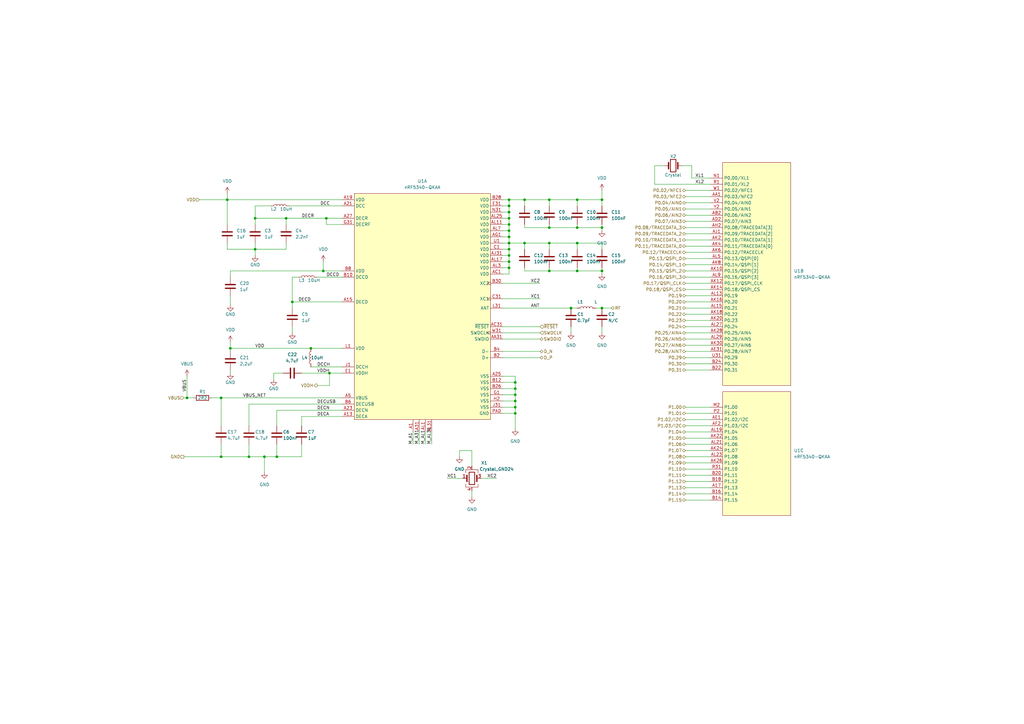
<source format=kicad_sch>
(kicad_sch (version 20211123) (generator eeschema)
  (paper "A3")
  (title_block (title "Spirit Logger") (date "2023-01-23") (rev "0") (company "Specialized Europe GmbH"))
  (lib_symbols
    (symbol "Device:C" (pin_numbers hide) (pin_names (offset 0.254))
      (property "Reference" "C" (at 0.635 2.54 0))
      (property "Value" "C" (at 0.635 -2.54 0))
      (symbol "C_0_1"
        (polyline (pts (xy -2.032 -0.762) (xy 2.032 -0.762)) (stroke (width 0.508)))
        (polyline (pts (xy -2.032 0.762) (xy 2.032 0.762)) (stroke (width 0.508)))
      )
      (symbol "C_1_1"
        (pin passive line (at 0 3.81 270) (length 2.794) (name "~") (number "1"))
        (pin passive line (at 0 -3.81 90) (length 2.794) (name "~") (number "2"))
      )
    )
    (symbol "Device:Crystal" (pin_numbers hide) (pin_names (offset 1.016) hide)
      (property "Reference" "Y" (at 0 3.81 0))
      (property "Value" "Crystal" (at 0 -3.81 0))
      (symbol "Crystal_0_1"
        (rectangle (start -1.143 2.54) (end 1.143 -2.54) (stroke (width 0.3048)))
        (polyline (pts (xy -2.54 0) (xy -1.905 0)))
        (polyline (pts (xy -1.905 -1.27) (xy -1.905 1.27)) (stroke (width 0.508)))
        (polyline (pts (xy 1.905 -1.27) (xy 1.905 1.27)) (stroke (width 0.508)))
        (polyline (pts (xy 2.54 0) (xy 1.905 0)))
      )
      (symbol "Crystal_1_1"
        (pin passive line (at -3.81 0 0) (length 1.27) (name "1") (number "1"))
        (pin passive line (at 3.81 0 180) (length 1.27) (name "2") (number "2"))
      )
    )
    (symbol "Device:Crystal_GND24" (pin_names (offset 1.016) hide)
      (property "Reference" "Y" (at 3.175 5.08 0))
      (property "Value" "Crystal_GND24" (at 3.175 3.175 0))
      (symbol "Crystal_GND24_0_1"
        (rectangle (start -1.143 2.54) (end 1.143 -2.54) (stroke (width 0.3048)))
        (polyline (pts (xy -2.54 0) (xy -2.032 0)))
        (polyline (pts (xy -2.032 -1.27) (xy -2.032 1.27)) (stroke (width 0.508)))
        (polyline (pts (xy 0 -3.81) (xy 0 -3.556)))
        (polyline (pts (xy 0 3.556) (xy 0 3.81)))
        (polyline (pts (xy 2.032 -1.27) (xy 2.032 1.27)) (stroke (width 0.508)))
        (polyline (pts (xy 2.032 0) (xy 2.54 0)))
        (polyline (pts (xy -2.54 -2.286) (xy -2.54 -3.556) (xy 2.54 -3.556) (xy 2.54 -2.286)))
        (polyline (pts (xy -2.54 2.286) (xy -2.54 3.556) (xy 2.54 3.556) (xy 2.54 2.286)))
      )
      (symbol "Crystal_GND24_1_1"
        (pin passive line (at -3.81 0 0) (length 1.27) (name "1") (number "1"))
        (pin passive line (at 0 5.08 270) (length 1.27) (name "2") (number "2"))
        (pin passive line (at 3.81 0 180) (length 1.27) (name "3") (number "3"))
        (pin passive line (at 0 -5.08 90) (length 1.27) (name "4") (number "4"))
      )
    )
    (symbol "Device:L" (pin_numbers hide) (pin_names (offset 1.016) hide)
      (property "Reference" "L" (at -1.27 0 90))
      (property "Value" "L" (at 1.905 0 90))
      (symbol "L_0_1"
        (arc (start 0 -2.54) (mid 0.635 -1.905) (end 0 -1.27))
        (arc (start 0 -1.27) (mid 0.635 -0.635) (end 0 0))
        (arc (start 0 0) (mid 0.635 0.635) (end 0 1.27))
        (arc (start 0 1.27) (mid 0.635 1.905) (end 0 2.54))
      )
      (symbol "L_1_1"
        (pin passive line (at 0 3.81 270) (length 1.27) (name "1") (number "1"))
        (pin passive line (at 0 -3.81 90) (length 1.27) (name "2") (number "2"))
      )
    )
    (symbol "Device:R" (pin_numbers hide) (pin_names (offset 0))
      (property "Reference" "R" (at 2.032 0 90))
      (property "Value" "R" (at 0 0 90))
      (symbol "R_0_1"
        (rectangle (start -1.016 -2.54) (end 1.016 2.54) (stroke (width 0.254)))
      )
      (symbol "R_1_1"
        (pin passive line (at 0 3.81 270) (length 1.27) (name "~") (number "1"))
        (pin passive line (at 0 -3.81 90) (length 1.27) (name "~") (number "2"))
      )
    )
    (symbol "MCU_Nordic_Robb:nRF5340-QKAA"
      (property "Reference" "U" (at 0 60.96 0))
      (property "Value" "nRF5340-QKAA" (at 0 58.42 0))
      (symbol "nRF5340-QKAA_1_1"
        (rectangle (start 27.94 57.15) (end -27.94 -35.56) (fill (type background)))
        (pin passive line (at -33.02 -34.29 0) (length 5.08) (name "DECA") (number "A13"))
        (pin passive line (at -33.02 12.7 0) (length 5.08) (name "DECD") (number "A15"))
        (pin power_in line (at -33.02 54.61 0) (length 5.08) (name "VDD") (number "A19"))
        (pin power_out line (at -33.02 52.07 0) (length 5.08) (name "DCCD") (number "A21"))
        (pin passive line (at -33.02 -31.75 0) (length 5.08) (name "DECN") (number "A23"))
        (pin power_in line (at 33.02 -17.78 180) (length 5.08) (name "VSS") (number "A25"))
        (pin passive line (at -33.02 46.99 0) (length 5.08) (name "DECR") (number "A27"))
        (pin power_in line (at -33.02 -26.67 0) (length 5.08) (name "VBUS") (number "A5"))
        (pin bidirectional line (at 33.02 -2.54 180) (length 5.08) (name "SWDIO") (number "AA31"))
        (pin power_in line (at 33.02 24.13 180) (length 5.08) (name "VDD") (number "AC1"))
        (pin input line (at 33.02 2.54 180) (length 5.08) (name "~{RESET}") (number "AC31"))
        (pin power_in line (at 33.02 39.37 180) (length 5.08) (name "VDD") (number "AG1"))
        (pin power_in line (at 33.02 31.75 180) (length 5.08) (name "VDD") (number "AJ31"))
        (pin power_in line (at 33.02 44.45 180) (length 5.08) (name "VDD") (number "AL11"))
        (pin power_in line (at 33.02 29.21 180) (length 5.08) (name "VDD") (number "AL17"))
        (pin power_in line (at 33.02 46.99 180) (length 5.08) (name "VDD") (number "AL25"))
        (pin power_in line (at 33.02 26.67 180) (length 5.08) (name "VDD") (number "AL3"))
        (pin power_in line (at 33.02 41.91 180) (length 5.08) (name "VDD") (number "AL7"))
        (pin power_out line (at -33.02 22.86 0) (length 5.08) (name "DCCD") (number "B10"))
        (pin power_in line (at 33.02 -20.32 180) (length 5.08) (name "VSS") (number "B12"))
        (pin bidirectional line (at 33.02 -10.16 180) (length 5.08) (name "D+") (number "B2"))
        (pin power_in line (at 33.02 -22.86 180) (length 5.08) (name "VSS") (number "B26"))
        (pin power_in line (at 33.02 54.61 180) (length 5.08) (name "VDD") (number "B28"))
        (pin input clock (at 33.02 20.32 180) (length 5.08) (name "XC2") (number "B30"))
        (pin bidirectional line (at 33.02 -7.62 180) (length 5.08) (name "D-") (number "B4"))
        (pin passive line (at -33.02 -29.21 0) (length 5.08) (name "DECUSB") (number "B6"))
        (pin power_in line (at -33.02 25.4 0) (length 5.08) (name "VDD") (number "B8"))
        (pin power_in line (at 33.02 34.29 180) (length 5.08) (name "VDD") (number "C1"))
        (pin input clock (at 33.02 13.97 180) (length 5.08) (name "XC1") (number "C31"))
        (pin power_in line (at 33.02 -33.02 180) (length 5.08) (name "GND") (number "DIEPAD"))
        (pin power_in line (at 33.02 -15.24 180) (length 5.08) (name "GND") (number "DP"))
        (pin power_in line (at -33.02 -16.51 0) (length 5.08) (name "VDDH") (number "E1"))
        (pin power_in line (at 33.02 52.07 180) (length 5.08) (name "VDD") (number "E31"))
        (pin power_in line (at 33.02 -25.4 180) (length 5.08) (name "VSS") (number "G1"))
        (pin passive line (at -33.02 44.45 0) (length 5.08) (name "DECRF") (number "G31"))
        (pin power_in line (at 33.02 -27.94 180) (length 5.08) (name "VSS") (number "H2"))
        (pin power_out line (at -33.02 -13.97 0) (length 5.08) (name "DCCH") (number "J1"))
        (pin power_in line (at 33.02 -30.48 180) (length 5.08) (name "VSS") (number "J31"))
        (pin power_in line (at -33.02 -6.35 0) (length 5.08) (name "VDD") (number "L1"))
        (pin passive line (at 33.02 10.16 180) (length 5.08) (name "ANT") (number "L31"))
        (pin power_in line (at 33.02 49.53 180) (length 5.08) (name "VDD") (number "N31"))
        (pin power_in line (at 33.02 36.83 180) (length 5.08) (name "VDD") (number "U1"))
        (pin input clock (at 33.02 0 180) (length 5.08) (name "SWDCLK") (number "W31"))
      )
      (symbol "nRF5340-QKAA_2_1"
        (rectangle (start -27.94 57.15) (end 0 -34.29) (fill (type background)))
        (pin bidirectional line (at -33.02 43.18 0) (length 5.08) (name "P0.03/NFC2") (number "AA1"))
        (pin bidirectional line (at -33.02 35.56 0) (length 5.08) (name "P0.06/AIN2") (number "AB2"))
        (pin bidirectional line (at -33.02 33.02 0) (length 5.08) (name "P0.07/AIN3") (number "AD2"))
        (pin bidirectional line (at -33.02 -20.32 0) (length 5.08) (name "P0.28/AIN7") (number "AE31"))
        (pin bidirectional line (at -33.02 30.48 0) (length 5.08) (name "P0.08/TRACEDATA[3]") (number "AH2"))
        (pin bidirectional line (at -33.02 27.94 0) (length 5.08) (name "P0.09/TRACEDATA[2]") (number "AJ1"))
        (pin bidirectional line (at -33.02 12.7 0) (length 5.08) (name "P0.15/QSPI[2]") (number "AK10"))
        (pin bidirectional line (at -33.02 7.62 0) (length 5.08) (name "P0.17/QSPI_CLK") (number "AK12"))
        (pin bidirectional line (at -33.02 5.08 0) (length 5.08) (name "P0.18/QSPI_CS") (number "AK14"))
        (pin bidirectional line (at -33.02 0 0) (length 5.08) (name "P0.20") (number "AK16"))
        (pin bidirectional line (at -33.02 -5.08 0) (length 5.08) (name "P0.22") (number "AK18"))
        (pin bidirectional line (at -33.02 25.4 0) (length 5.08) (name "P0.10/TRACEDATA[1]") (number "AK2"))
        (pin bidirectional line (at -33.02 -7.62 0) (length 5.08) (name "P0.23") (number "AK20"))
        (pin bidirectional line (at -33.02 -12.7 0) (length 5.08) (name "P0.25/AIN4") (number "AK28"))
        (pin bidirectional line (at -33.02 -17.78 0) (length 5.08) (name "P0.27/AIN6") (number "AK30"))
        (pin bidirectional line (at -33.02 22.86 0) (length 5.08) (name "P0.11/TRACEDATA[0]") (number "AK4"))
        (pin bidirectional line (at -33.02 20.32 0) (length 5.08) (name "P0.12/TRACECLK") (number "AK6"))
        (pin bidirectional line (at -33.02 15.24 0) (length 5.08) (name "P0.14/QSPI[1]") (number "AK8"))
        (pin bidirectional line (at -33.02 2.54 0) (length 5.08) (name "P0.19") (number "AL13"))
        (pin bidirectional line (at -33.02 -2.54 0) (length 5.08) (name "P0.21") (number "AL15"))
        (pin bidirectional line (at -33.02 -10.16 0) (length 5.08) (name "P0.24") (number "AL27"))
        (pin bidirectional line (at -33.02 -15.24 0) (length 5.08) (name "P0.26/AIN5") (number "AL29"))
        (pin bidirectional line (at -33.02 17.78 0) (length 5.08) (name "P0.13/QSPI[0]") (number "AL5"))
        (pin bidirectional line (at -33.02 10.16 0) (length 5.08) (name "P0.16/QSPI[3]") (number "AL9"))
        (pin bidirectional line (at -33.02 -27.94 0) (length 5.08) (name "P0.31") (number "B22"))
        (pin bidirectional line (at -33.02 -25.4 0) (length 5.08) (name "P0.30") (number "B24"))
        (pin bidirectional line (at -33.02 50.8 0) (length 5.08) (name "P0.00/XL1") (number "N1"))
        (pin bidirectional line (at -33.02 48.26 0) (length 5.08) (name "P0.01/XL2") (number "R1"))
        (pin bidirectional line (at -33.02 -22.86 0) (length 5.08) (name "P0.29") (number "U31"))
        (pin bidirectional line (at -33.02 40.64 0) (length 5.08) (name "P0.04/AIN0") (number "V2"))
        (pin bidirectional line (at -33.02 45.72 0) (length 5.08) (name "P0.02/NFC1") (number "W1"))
        (pin bidirectional line (at -33.02 38.1 0) (length 5.08) (name "P0.05/AIN1") (number "Y2"))
      )
      (symbol "nRF5340-QKAA_3_1"
        (rectangle (start -27.94 57.15) (end 0 6.35) (fill (type background)))
        (pin bidirectional line (at -33.02 17.78 0) (length 5.08) (name "P1.13") (number "A17"))
        (pin bidirectional line (at -33.02 45.72 0) (length 5.08) (name "P1.02/I2C") (number "AE1"))
        (pin bidirectional line (at -33.02 43.18 0) (length 5.08) (name "P1.03/I2C") (number "AF2"))
        (pin bidirectional line (at -33.02 38.1 0) (length 5.08) (name "P1.05") (number "AK22"))
        (pin bidirectional line (at -33.02 33.02 0) (length 5.08) (name "P1.07") (number "AK24"))
        (pin bidirectional line (at -33.02 27.94 0) (length 5.08) (name "P1.09") (number "AK26"))
        (pin bidirectional line (at -33.02 40.64 0) (length 5.08) (name "P1.04") (number "AL19"))
        (pin bidirectional line (at -33.02 35.56 0) (length 5.08) (name "P1.06") (number "AL21"))
        (pin bidirectional line (at -33.02 30.48 0) (length 5.08) (name "P1.08") (number "AL23"))
        (pin bidirectional line (at -33.02 12.7 0) (length 5.08) (name "P1.15") (number "B14"))
        (pin bidirectional line (at -33.02 15.24 0) (length 5.08) (name "P1.14") (number "B16"))
        (pin bidirectional line (at -33.02 20.32 0) (length 5.08) (name "P1.12") (number "B18"))
        (pin bidirectional line (at -33.02 22.86 0) (length 5.08) (name "P1.11") (number "B20"))
        (pin bidirectional line (at -33.02 50.8 0) (length 5.08) (name "P1.00") (number "M2"))
        (pin bidirectional line (at -33.02 48.26 0) (length 5.08) (name "P1.01") (number "P2"))
        (pin bidirectional line (at -33.02 25.4 0) (length 5.08) (name "P1.10") (number "R31"))
      )
    )
    (symbol "nRF5340-QKAA_1"
      (property "Reference" "U" (at 0 60.96 0))
      (property "Value" "nRF5340-QKAA_1" (at 0 58.42 0))
      (property "Datasheet" "https://infocenter.nordicsemi.com/topic/struct_nrf53/struct/nrf5340.html" (at 2.54 12.7 90))
      (symbol "nRF5340-QKAA_1_1_1"
        (rectangle (start 27.94 57.15) (end -27.94 -35.56) (fill (type background)))
        (pin passive line (at -3.81 -40.64 90) (length 5.08) (name "") (number "A1"))
        (pin passive line (at -33.02 -34.29 0) (length 5.08) (name "DECA") (number "A13"))
        (pin passive line (at -33.02 12.7 0) (length 5.08) (name "DECD") (number "A15"))
        (pin power_in line (at -33.02 54.61 0) (length 5.08) (name "VDD") (number "A19"))
        (pin power_out line (at -33.02 52.07 0) (length 5.08) (name "DCC") (number "A21"))
        (pin passive line (at -33.02 -31.75 0) (length 5.08) (name "DECN") (number "A23"))
        (pin power_in line (at 33.02 -17.78 180) (length 5.08) (name "VSS") (number "A25"))
        (pin passive line (at -33.02 46.99 0) (length 5.08) (name "DECR") (number "A27"))
        (pin passive line (at -1.27 -40.64 90) (length 5.08) (name "") (number "A31"))
        (pin power_in line (at -33.02 -26.67 0) (length 5.08) (name "VBUS") (number "A5"))
        (pin bidirectional line (at 33.02 -2.54 180) (length 5.08) (name "SWDIO") (number "AA31"))
        (pin power_in line (at 33.02 24.13 180) (length 5.08) (name "VDD") (number "AC1"))
        (pin input line (at 33.02 2.54 180) (length 5.08) (name "~{RESET}") (number "AC31"))
        (pin power_in line (at 33.02 39.37 180) (length 5.08) (name "VDD") (number "AG1"))
        (pin power_in line (at 33.02 31.75 180) (length 5.08) (name "VDD") (number "AJ31"))
        (pin passive line (at 1.27 -40.64 90) (length 5.08) (name "") (number "AL1"))
        (pin power_in line (at 33.02 44.45 180) (length 5.08) (name "VDD") (number "AL11"))
        (pin power_in line (at 33.02 29.21 180) (length 5.08) (name "VDD") (number "AL17"))
        (pin power_in line (at 33.02 46.99 180) (length 5.08) (name "VDD") (number "AL25"))
        (pin power_in line (at 33.02 26.67 180) (length 5.08) (name "VDD") (number "AL3"))
        (pin passive line (at 3.81 -40.64 90) (length 5.08) (name "") (number "AL31"))
        (pin power_in line (at 33.02 41.91 180) (length 5.08) (name "VDD") (number "AL7"))
        (pin power_out line (at -33.02 22.86 0) (length 5.08) (name "DCCD") (number "B10"))
        (pin power_in line (at 33.02 -20.32 180) (length 5.08) (name "VSS") (number "B12"))
        (pin bidirectional line (at 33.02 -10.16 180) (length 5.08) (name "D+") (number "B2"))
        (pin power_in line (at 33.02 -22.86 180) (length 5.08) (name "VSS") (number "B26"))
        (pin power_in line (at 33.02 54.61 180) (length 5.08) (name "VDD") (number "B28"))
        (pin input clock (at 33.02 20.32 180) (length 5.08) (name "XC2") (number "B30"))
        (pin bidirectional line (at 33.02 -7.62 180) (length 5.08) (name "D-") (number "B4"))
        (pin passive line (at -33.02 -29.21 0) (length 5.08) (name "DECUSB") (number "B6"))
        (pin power_in line (at -33.02 25.4 0) (length 5.08) (name "VDD") (number "B8"))
        (pin power_in line (at 33.02 34.29 180) (length 5.08) (name "VDD") (number "C1"))
        (pin input clock (at 33.02 13.97 180) (length 5.08) (name "XC1") (number "C31"))
        (pin power_in line (at -33.02 -16.51 0) (length 5.08) (name "VDDH") (number "E1"))
        (pin power_in line (at 33.02 52.07 180) (length 5.08) (name "VDD") (number "E31"))
        (pin power_in line (at 33.02 -25.4 180) (length 5.08) (name "VSS") (number "G1"))
        (pin passive line (at -33.02 44.45 0) (length 5.08) (name "DECRF") (number "G31"))
        (pin power_in line (at 33.02 -27.94 180) (length 5.08) (name "VSS") (number "H2"))
        (pin power_out line (at -33.02 -13.97 0) (length 5.08) (name "DCCH") (number "J1"))
        (pin power_in line (at 33.02 -30.48 180) (length 5.08) (name "VSS") (number "J31"))
        (pin power_in line (at -33.02 -6.35 0) (length 5.08) (name "VDD") (number "L1"))
        (pin passive line (at 33.02 10.16 180) (length 5.08) (name "ANT") (number "L31"))
        (pin power_in line (at 33.02 49.53 180) (length 5.08) (name "VDD") (number "N31"))
        (pin power_in line (at 33.02 -33.02 180) (length 5.08) (name "GND") (number "PAD"))
        (pin power_in line (at 33.02 36.83 180) (length 5.08) (name "VDD") (number "U1"))
        (pin input clock (at 33.02 0 180) (length 5.08) (name "SWDCLK") (number "W31"))
      )
      (symbol "nRF5340-QKAA_1_2_1"
        (rectangle (start -27.94 57.15) (end 0 -34.29) (fill (type background)))
        (pin bidirectional line (at -33.02 43.18 0) (length 5.08) (name "P0.03/NFC2") (number "AA1"))
        (pin bidirectional line (at -33.02 35.56 0) (length 5.08) (name "P0.06/AIN2") (number "AB2"))
        (pin bidirectional line (at -33.02 33.02 0) (length 5.08) (name "P0.07/AIN3") (number "AD2"))
        (pin bidirectional line (at -33.02 -20.32 0) (length 5.08) (name "P0.28/AIN7") (number "AE31"))
        (pin bidirectional line (at -33.02 30.48 0) (length 5.08) (name "P0.08/TRACEDATA[3]") (number "AH2"))
        (pin bidirectional line (at -33.02 27.94 0) (length 5.08) (name "P0.09/TRACEDATA[2]") (number "AJ1"))
        (pin bidirectional line (at -33.02 12.7 0) (length 5.08) (name "P0.15/QSPI[2]") (number "AK10"))
        (pin bidirectional line (at -33.02 7.62 0) (length 5.08) (name "P0.17/QSPI_CLK") (number "AK12"))
        (pin bidirectional line (at -33.02 5.08 0) (length 5.08) (name "P0.18/QSPI_CS") (number "AK14"))
        (pin bidirectional line (at -33.02 0 0) (length 5.08) (name "P0.20") (number "AK16"))
        (pin bidirectional line (at -33.02 -5.08 0) (length 5.08) (name "P0.22") (number "AK18"))
        (pin bidirectional line (at -33.02 25.4 0) (length 5.08) (name "P0.10/TRACEDATA[1]") (number "AK2"))
        (pin bidirectional line (at -33.02 -7.62 0) (length 5.08) (name "P0.23") (number "AK20"))
        (pin bidirectional line (at -33.02 -12.7 0) (length 5.08) (name "P0.25/AIN4") (number "AK28"))
        (pin bidirectional line (at -33.02 -17.78 0) (length 5.08) (name "P0.27/AIN6") (number "AK30"))
        (pin bidirectional line (at -33.02 22.86 0) (length 5.08) (name "P0.11/TRACEDATA[0]") (number "AK4"))
        (pin bidirectional line (at -33.02 20.32 0) (length 5.08) (name "P0.12/TRACECLK") (number "AK6"))
        (pin bidirectional line (at -33.02 15.24 0) (length 5.08) (name "P0.14/QSPI[1]") (number "AK8"))
        (pin bidirectional line (at -33.02 2.54 0) (length 5.08) (name "P0.19") (number "AL13"))
        (pin bidirectional line (at -33.02 -2.54 0) (length 5.08) (name "P0.21") (number "AL15"))
        (pin bidirectional line (at -33.02 -10.16 0) (length 5.08) (name "P0.24") (number "AL27"))
        (pin bidirectional line (at -33.02 -15.24 0) (length 5.08) (name "P0.26/AIN5") (number "AL29"))
        (pin bidirectional line (at -33.02 17.78 0) (length 5.08) (name "P0.13/QSPI[0]") (number "AL5"))
        (pin bidirectional line (at -33.02 10.16 0) (length 5.08) (name "P0.16/QSPI[3]") (number "AL9"))
        (pin bidirectional line (at -33.02 -27.94 0) (length 5.08) (name "P0.31") (number "B22"))
        (pin bidirectional line (at -33.02 -25.4 0) (length 5.08) (name "P0.30") (number "B24"))
        (pin bidirectional line (at -33.02 50.8 0) (length 5.08) (name "P0.00/XL1") (number "N1"))
        (pin bidirectional line (at -33.02 48.26 0) (length 5.08) (name "P0.01/XL2") (number "R1"))
        (pin bidirectional line (at -33.02 -22.86 0) (length 5.08) (name "P0.29") (number "U31"))
        (pin bidirectional line (at -33.02 40.64 0) (length 5.08) (name "P0.04/AIN0") (number "V2"))
        (pin bidirectional line (at -33.02 45.72 0) (length 5.08) (name "P0.02/NFC1") (number "W1"))
        (pin bidirectional line (at -33.02 38.1 0) (length 5.08) (name "P0.05/AIN1") (number "Y2"))
      )
      (symbol "nRF5340-QKAA_1_3_1"
        (rectangle (start -27.94 57.15) (end 0 6.35) (fill (type background)))
        (pin bidirectional line (at -33.02 17.78 0) (length 5.08) (name "P1.13") (number "A17"))
        (pin bidirectional line (at -33.02 45.72 0) (length 5.08) (name "P1.02/I2C") (number "AE1"))
        (pin bidirectional line (at -33.02 43.18 0) (length 5.08) (name "P1.03/I2C") (number "AF2"))
        (pin bidirectional line (at -33.02 38.1 0) (length 5.08) (name "P1.05") (number "AK22"))
        (pin bidirectional line (at -33.02 33.02 0) (length 5.08) (name "P1.07") (number "AK24"))
        (pin bidirectional line (at -33.02 27.94 0) (length 5.08) (name "P1.09") (number "AK26"))
        (pin bidirectional line (at -33.02 40.64 0) (length 5.08) (name "P1.04") (number "AL19"))
        (pin bidirectional line (at -33.02 35.56 0) (length 5.08) (name "P1.06") (number "AL21"))
        (pin bidirectional line (at -33.02 30.48 0) (length 5.08) (name "P1.08") (number "AL23"))
        (pin bidirectional line (at -33.02 12.7 0) (length 5.08) (name "P1.15") (number "B14"))
        (pin bidirectional line (at -33.02 15.24 0) (length 5.08) (name "P1.14") (number "B16"))
        (pin bidirectional line (at -33.02 20.32 0) (length 5.08) (name "P1.12") (number "B18"))
        (pin bidirectional line (at -33.02 22.86 0) (length 5.08) (name "P1.11") (number "B20"))
        (pin bidirectional line (at -33.02 50.8 0) (length 5.08) (name "P1.00") (number "M2"))
        (pin bidirectional line (at -33.02 48.26 0) (length 5.08) (name "P1.01") (number "P2"))
        (pin bidirectional line (at -33.02 25.4 0) (length 5.08) (name "P1.10") (number "R31"))
      )
    )
    (symbol "power:GND" (power) (pin_names (offset 0))
      (property "Value" "GND" (at 0 -3.81 0))
      (symbol "GND_0_1"
        (polyline (pts (xy 0 0) (xy 0 -1.27) (xy 1.27 -1.27) (xy 0 -2.54) (xy -1.27 -1.27) (xy 0 -1.27)))
      )
      (symbol "GND_1_1"
        (pin power_in line (at 0 0 270) (length 0) hide (name "GND") (number "1"))
      )
    )
    (symbol "power:VBUS" (power) (pin_names (offset 0))
      (property "Value" "VBUS" (at 0 3.81 0))
      (symbol "VBUS_0_1"
        (polyline (pts (xy -0.762 1.27) (xy 0 2.54)))
        (polyline (pts (xy 0 0) (xy 0 2.54)))
        (polyline (pts (xy 0 2.54) (xy 0.762 1.27)))
      )
      (symbol "VBUS_1_1"
        (pin power_in line (at 0 0 90) (length 0) hide (name "VBUS") (number "1"))
      )
    )
    (symbol "power:VDD" (power) (pin_names (offset 0))
      (property "Value" "VDD" (at 0 3.81 0))
      (symbol "VDD_0_1"
        (polyline (pts (xy -0.762 1.27) (xy 0 2.54)))
        (polyline (pts (xy 0 0) (xy 0 2.54)))
        (polyline (pts (xy 0 2.54) (xy 0.762 1.27)))
      )
      (symbol "VDD_1_1"
        (pin power_in line (at 0 0 90) (length 0) hide (name "VDD") (number "1"))
      )
    )
  )
  (junction (at 119.888 123.825))
  (junction (at 246.888 81.915))
  (junction (at 225.298 111.125))
  (junction (at 215.138 81.915))
  (junction (at 104.648 89.535))
  (junction (at 102.108 187.325))
  (junction (at 76.708 163.195))
  (junction (at 208.788 99.695))
  (junction (at 90.678 187.325))
  (junction (at 211.328 167.005))
  (junction (at 236.728 81.915))
  (junction (at 208.788 84.455))
  (junction (at 208.788 109.855))
  (junction (at 246.888 111.125))
  (junction (at 211.328 169.545))
  (junction (at 208.788 92.075))
  (junction (at 132.588 111.125))
  (junction (at 208.788 107.315))
  (junction (at 236.728 93.345))
  (junction (at 234.188 126.365))
  (junction (at 135.128 153.035))
  (junction (at 127.508 142.875))
  (junction (at 246.888 93.345))
  (junction (at 236.728 111.125))
  (junction (at 225.298 81.915))
  (junction (at 208.788 97.155))
  (junction (at 246.888 126.365))
  (junction (at 211.328 156.845))
  (junction (at 117.348 89.535))
  (junction (at 208.788 81.915))
  (junction (at 104.648 102.235))
  (junction (at 90.678 163.195))
  (junction (at 108.458 187.325))
  (junction (at 211.328 159.385))
  (junction (at 208.788 104.775))
  (junction (at 93.218 81.915))
  (junction (at 225.298 99.695))
  (junction (at 113.538 187.325))
  (junction (at 94.488 142.875))
  (junction (at 208.788 89.535))
  (junction (at 211.328 161.925))
  (junction (at 225.298 93.345))
  (junction (at 208.788 86.995))
  (junction (at 133.858 89.535))
  (junction (at 215.138 99.695))
  (junction (at 236.728 99.695))
  (junction (at 208.788 102.235))
  (junction (at 211.328 164.465))
  (junction (at 208.788 94.615))
  (wire (pts (xy 104.648 99.695) (xy 104.648 102.235)))
  (wire (pts (xy 93.218 79.375) (xy 93.218 81.915)))
  (wire (pts (xy 140.208 153.035) (xy 135.128 153.035)))
  (wire (pts (xy 208.788 104.775) (xy 208.788 107.315)))
  (wire (pts (xy 236.728 93.345) (xy 225.298 93.345)))
  (wire (pts (xy 225.298 109.855) (xy 225.298 111.125)))
  (wire (pts (xy 281.178 121.285) (xy 291.338 121.285)))
  (wire (pts (xy 133.858 89.535) (xy 117.348 89.535)))
  (wire (pts (xy 206.248 92.075) (xy 208.788 92.075)))
  (wire (pts (xy 174.498 177.165) (xy 174.498 182.245)))
  (wire (pts (xy 281.178 90.805) (xy 291.338 90.805)))
  (wire (pts (xy 281.178 200.025) (xy 291.338 200.025)))
  (wire (pts (xy 130.048 113.665) (xy 140.208 113.665)))
  (wire (pts (xy 208.788 84.455) (xy 208.788 86.995)))
  (wire (pts (xy 117.348 89.535) (xy 117.348 92.075)))
  (wire (pts (xy 117.348 89.535) (xy 104.648 89.535)))
  (wire (pts (xy 90.678 174.625) (xy 90.678 163.195)))
  (wire (pts (xy 211.328 154.305) (xy 211.328 156.845)))
  (wire (pts (xy 234.188 126.365) (xy 236.728 126.365)))
  (wire (pts (xy 246.888 93.345) (xy 246.888 94.615)))
  (wire (pts (xy 225.298 81.915) (xy 236.728 81.915)))
  (wire (pts (xy 246.888 126.365) (xy 250.698 126.365)))
  (wire (pts (xy 208.788 112.395) (xy 206.248 112.395)))
  (wire (pts (xy 281.178 78.105) (xy 291.338 78.105)))
  (wire (pts (xy 104.648 84.455) (xy 104.648 89.535)))
  (wire (pts (xy 215.138 111.125) (xy 215.138 109.855)))
  (wire (pts (xy 281.178 197.485) (xy 291.338 197.485)))
  (wire (pts (xy 90.678 187.325) (xy 102.108 187.325)))
  (wire (pts (xy 94.488 113.665) (xy 94.488 111.125)))
  (wire (pts (xy 206.248 169.545) (xy 211.328 169.545)))
  (wire (pts (xy 206.248 159.385) (xy 211.328 159.385)))
  (wire (pts (xy 281.178 106.045) (xy 291.338 106.045)))
  (wire (pts (xy 281.178 113.665) (xy 291.338 113.665)))
  (wire (pts (xy 246.888 78.105) (xy 246.888 81.915)))
  (wire (pts (xy 211.328 161.925) (xy 211.328 164.465)))
  (wire (pts (xy 246.888 111.125) (xy 246.888 112.395)))
  (wire (pts (xy 140.208 168.275) (xy 113.538 168.275)))
  (wire (pts (xy 206.248 133.985) (xy 221.488 133.985)))
  (wire (pts (xy 281.178 136.525) (xy 291.338 136.525)))
  (wire (pts (xy 281.178 167.005) (xy 291.338 167.005)))
  (wire (pts (xy 206.248 122.555) (xy 221.488 122.555)))
  (wire (pts (xy 281.178 184.785) (xy 291.338 184.785)))
  (wire (pts (xy 281.178 126.365) (xy 291.338 126.365)))
  (wire (pts (xy 281.178 202.565) (xy 291.338 202.565)))
  (wire (pts (xy 119.888 123.825) (xy 140.208 123.825)))
  (wire (pts (xy 206.248 161.925) (xy 211.328 161.925)))
  (wire (pts (xy 281.178 144.145) (xy 291.338 144.145)))
  (wire (pts (xy 208.788 89.535) (xy 208.788 92.075)))
  (wire (pts (xy 206.248 109.855) (xy 208.788 109.855)))
  (wire (pts (xy 76.708 163.195) (xy 79.248 163.195)))
  (wire (pts (xy 132.588 107.315) (xy 132.588 111.125)))
  (wire (pts (xy 93.218 92.075) (xy 93.218 81.915)))
  (wire (pts (xy 225.298 93.345) (xy 215.138 93.345)))
  (wire (pts (xy 206.248 146.685) (xy 221.488 146.685)))
  (wire (pts (xy 215.138 81.915) (xy 215.138 84.455)))
  (wire (pts (xy 281.178 177.165) (xy 291.338 177.165)))
  (wire (pts (xy 206.248 81.915) (xy 208.788 81.915)))
  (wire (pts (xy 246.888 92.075) (xy 246.888 93.345)))
  (wire (pts (xy 123.698 187.325) (xy 113.538 187.325)))
  (wire (pts (xy 208.788 102.235) (xy 208.788 104.775)))
  (wire (pts (xy 281.178 128.905) (xy 291.338 128.905)))
  (wire (pts (xy 208.788 99.695) (xy 208.788 102.235)))
  (wire (pts (xy 208.788 81.915) (xy 208.788 84.455)))
  (wire (pts (xy 246.888 109.855) (xy 246.888 111.125)))
  (wire (pts (xy 94.488 151.765) (xy 94.488 153.035)))
  (wire (pts (xy 215.138 99.695) (xy 215.138 102.235)))
  (wire (pts (xy 93.218 102.235) (xy 104.648 102.235)))
  (wire (pts (xy 102.108 165.735) (xy 140.208 165.735)))
  (wire (pts (xy 206.248 104.775) (xy 208.788 104.775)))
  (wire (pts (xy 281.178 118.745) (xy 291.338 118.745)))
  (wire (pts (xy 211.328 156.845) (xy 211.328 159.385)))
  (wire (pts (xy 127.508 150.495) (xy 140.208 150.495)))
  (wire (pts (xy 90.678 182.245) (xy 90.678 187.325)))
  (wire (pts (xy 281.178 131.445) (xy 291.338 131.445)))
  (wire (pts (xy 113.538 182.245) (xy 113.538 187.325)))
  (wire (pts (xy 206.248 102.235) (xy 208.788 102.235)))
  (wire (pts (xy 177.038 177.165) (xy 177.038 182.245)))
  (wire (pts (xy 104.648 102.235) (xy 104.648 104.775)))
  (wire (pts (xy 281.178 98.425) (xy 291.338 98.425)))
  (wire (pts (xy 225.298 92.075) (xy 225.298 93.345)))
  (wire (pts (xy 171.958 177.165) (xy 171.958 182.245)))
  (wire (pts (xy 281.178 85.725) (xy 291.338 85.725)))
  (wire (pts (xy 291.338 73.025) (xy 283.718 73.025)))
  (wire (pts (xy 281.178 139.065) (xy 291.338 139.065)))
  (wire (pts (xy 225.298 99.695) (xy 225.298 102.235)))
  (wire (pts (xy 281.178 80.645) (xy 291.338 80.645)))
  (wire (pts (xy 117.348 102.235) (xy 104.648 102.235)))
  (wire (pts (xy 281.178 151.765) (xy 291.338 151.765)))
  (wire (pts (xy 281.178 194.945) (xy 291.338 194.945)))
  (wire (pts (xy 94.488 111.125) (xy 132.588 111.125)))
  (wire (pts (xy 123.698 182.245) (xy 123.698 187.325)))
  (wire (pts (xy 104.648 89.535) (xy 104.648 92.075)))
  (wire (pts (xy 113.538 168.275) (xy 113.538 174.625)))
  (wire (pts (xy 122.428 113.665) (xy 119.888 113.665)))
  (wire (pts (xy 268.478 75.565) (xy 268.478 67.945)))
  (wire (pts (xy 215.138 93.345) (xy 215.138 92.075)))
  (wire (pts (xy 244.348 126.365) (xy 246.888 126.365)))
  (wire (pts (xy 113.538 187.325) (xy 108.458 187.325)))
  (wire (pts (xy 206.248 164.465) (xy 211.328 164.465)))
  (wire (pts (xy 206.248 89.535) (xy 208.788 89.535)))
  (wire (pts (xy 281.178 123.825) (xy 291.338 123.825)))
  (wire (pts (xy 188.468 184.785) (xy 193.548 184.785)))
  (wire (pts (xy 94.488 142.875) (xy 94.488 144.145)))
  (wire (pts (xy 281.178 108.585) (xy 291.338 108.585)))
  (wire (pts (xy 246.888 93.345) (xy 236.728 93.345)))
  (wire (pts (xy 206.248 154.305) (xy 211.328 154.305)))
  (wire (pts (xy 133.858 89.535) (xy 133.858 92.075)))
  (wire (pts (xy 140.208 89.535) (xy 133.858 89.535)))
  (wire (pts (xy 281.178 88.265) (xy 291.338 88.265)))
  (wire (pts (xy 246.888 111.125) (xy 236.728 111.125)))
  (wire (pts (xy 281.178 146.685) (xy 291.338 146.685)))
  (wire (pts (xy 102.108 187.325) (xy 108.458 187.325)))
  (wire (pts (xy 206.248 86.995) (xy 208.788 86.995)))
  (wire (pts (xy 281.178 83.185) (xy 291.338 83.185)))
  (wire (pts (xy 281.178 187.325) (xy 291.338 187.325)))
  (wire (pts (xy 132.588 111.125) (xy 140.208 111.125)))
  (wire (pts (xy 281.178 189.865) (xy 291.338 189.865)))
  (wire (pts (xy 208.788 99.695) (xy 215.138 99.695)))
  (wire (pts (xy 119.888 133.985) (xy 119.888 136.525)))
  (wire (pts (xy 215.138 81.915) (xy 225.298 81.915)))
  (wire (pts (xy 135.128 158.115) (xy 135.128 153.035)))
  (wire (pts (xy 236.728 92.075) (xy 236.728 93.345)))
  (wire (pts (xy 236.728 81.915) (xy 236.728 84.455)))
  (wire (pts (xy 281.178 103.505) (xy 291.338 103.505)))
  (wire (pts (xy 281.178 205.105) (xy 291.338 205.105)))
  (wire (pts (xy 206.248 139.065) (xy 221.488 139.065)))
  (wire (pts (xy 246.888 81.915) (xy 246.888 84.455)))
  (wire (pts (xy 281.178 100.965) (xy 291.338 100.965)))
  (wire (pts (xy 206.248 97.155) (xy 208.788 97.155)))
  (wire (pts (xy 208.788 94.615) (xy 208.788 97.155)))
  (wire (pts (xy 225.298 81.915) (xy 225.298 84.455)))
  (wire (pts (xy 281.178 179.705) (xy 291.338 179.705)))
  (wire (pts (xy 246.888 133.985) (xy 246.888 136.525)))
  (wire (pts (xy 93.218 99.695) (xy 93.218 102.235)))
  (wire (pts (xy 268.478 67.945) (xy 272.288 67.945)))
  (wire (pts (xy 281.178 174.625) (xy 291.338 174.625)))
  (wire (pts (xy 281.178 192.405) (xy 291.338 192.405)))
  (wire (pts (xy 94.488 142.875) (xy 127.508 142.875)))
  (wire (pts (xy 246.888 99.695) (xy 246.888 102.235)))
  (wire (pts (xy 206.248 116.205) (xy 221.488 116.205)))
  (wire (pts (xy 281.178 149.225) (xy 291.338 149.225)))
  (wire (pts (xy 236.728 99.695) (xy 236.728 102.235)))
  (wire (pts (xy 117.348 99.695) (xy 117.348 102.235)))
  (wire (pts (xy 116.078 153.035) (xy 112.268 153.035)))
  (wire (pts (xy 236.728 99.695) (xy 246.888 99.695)))
  (wire (pts (xy 81.788 81.915) (xy 93.218 81.915)))
  (wire (pts (xy 225.298 99.695) (xy 236.728 99.695)))
  (wire (pts (xy 110.998 84.455) (xy 104.648 84.455)))
  (wire (pts (xy 86.868 163.195) (xy 90.678 163.195)))
  (wire (pts (xy 206.248 99.695) (xy 208.788 99.695)))
  (wire (pts (xy 94.488 140.335) (xy 94.488 142.875)))
  (wire (pts (xy 197.358 196.215) (xy 203.708 196.215)))
  (wire (pts (xy 130.048 158.115) (xy 135.128 158.115)))
  (wire (pts (xy 76.708 154.305) (xy 76.708 163.195)))
  (wire (pts (xy 183.388 196.215) (xy 189.738 196.215)))
  (wire (pts (xy 279.908 67.945) (xy 283.718 67.945)))
  (wire (pts (xy 188.468 184.785) (xy 188.468 187.325)))
  (wire (pts (xy 281.178 116.205) (xy 291.338 116.205)))
  (wire (pts (xy 90.678 163.195) (xy 140.208 163.195)))
  (wire (pts (xy 225.298 111.125) (xy 215.138 111.125)))
  (wire (pts (xy 234.188 133.985) (xy 234.188 136.525)))
  (wire (pts (xy 94.488 121.285) (xy 94.488 125.095)))
  (wire (pts (xy 108.458 187.325) (xy 108.458 193.675)))
  (wire (pts (xy 281.178 182.245) (xy 291.338 182.245)))
  (wire (pts (xy 206.248 144.145) (xy 221.488 144.145)))
  (wire (pts (xy 140.208 92.075) (xy 133.858 92.075)))
  (wire (pts (xy 75.438 187.325) (xy 90.678 187.325)))
  (wire (pts (xy 206.248 126.365) (xy 234.188 126.365)))
  (wire (pts (xy 123.698 174.625) (xy 123.698 170.815)))
  (wire (pts (xy 206.248 84.455) (xy 208.788 84.455)))
  (wire (pts (xy 206.248 167.005) (xy 211.328 167.005)))
  (wire (pts (xy 208.788 92.075) (xy 208.788 94.615)))
  (wire (pts (xy 281.178 95.885) (xy 291.338 95.885)))
  (wire (pts (xy 236.728 111.125) (xy 225.298 111.125)))
  (wire (pts (xy 281.178 141.605) (xy 291.338 141.605)))
  (wire (pts (xy 281.178 172.085) (xy 291.338 172.085)))
  (wire (pts (xy 123.698 170.815) (xy 140.208 170.815)))
  (wire (pts (xy 206.248 107.315) (xy 208.788 107.315)))
  (wire (pts (xy 208.788 86.995) (xy 208.788 89.535)))
  (wire (pts (xy 211.328 164.465) (xy 211.328 167.005)))
  (wire (pts (xy 215.138 99.695) (xy 225.298 99.695)))
  (wire (pts (xy 75.438 163.195) (xy 76.708 163.195)))
  (wire (pts (xy 281.178 133.985) (xy 291.338 133.985)))
  (wire (pts (xy 291.338 75.565) (xy 268.478 75.565)))
  (wire (pts (xy 281.178 169.545) (xy 291.338 169.545)))
  (wire (pts (xy 206.248 94.615) (xy 208.788 94.615)))
  (wire (pts (xy 135.128 153.035) (xy 123.698 153.035)))
  (wire (pts (xy 112.268 153.035) (xy 112.268 155.575)))
  (wire (pts (xy 206.248 156.845) (xy 211.328 156.845)))
  (wire (pts (xy 283.718 73.025) (xy 283.718 67.945)))
  (wire (pts (xy 211.328 169.545) (xy 211.328 175.895)))
  (wire (pts (xy 281.178 111.125) (xy 291.338 111.125)))
  (wire (pts (xy 193.548 201.295) (xy 193.548 203.835)))
  (wire (pts (xy 206.248 136.525) (xy 221.488 136.525)))
  (wire (pts (xy 118.618 84.455) (xy 140.208 84.455)))
  (wire (pts (xy 102.108 182.245) (xy 102.108 187.325)))
  (wire (pts (xy 93.218 81.915) (xy 140.208 81.915)))
  (wire (pts (xy 236.728 81.915) (xy 246.888 81.915)))
  (wire (pts (xy 193.548 184.785) (xy 193.548 191.135)))
  (wire (pts (xy 102.108 165.735) (xy 102.108 174.625)))
  (wire (pts (xy 208.788 109.855) (xy 208.788 112.395)))
  (wire (pts (xy 211.328 167.005) (xy 211.328 169.545)))
  (wire (pts (xy 281.178 93.345) (xy 291.338 93.345)))
  (wire (pts (xy 169.418 177.165) (xy 169.418 182.245)))
  (wire (pts (xy 119.888 126.365) (xy 119.888 123.825)))
  (wire (pts (xy 208.788 97.155) (xy 208.788 99.695)))
  (wire (pts (xy 208.788 107.315) (xy 208.788 109.855)))
  (wire (pts (xy 140.208 142.875) (xy 127.508 142.875)))
  (wire (pts (xy 208.788 81.915) (xy 215.138 81.915)))
  (wire (pts (xy 211.328 159.385) (xy 211.328 161.925)))
  (wire (pts (xy 119.888 113.665) (xy 119.888 123.825)))
  (wire (pts (xy 236.728 109.855) (xy 236.728 111.125)))
  (label "VBUS_NET" (at 99.568 163.195 0))
  (label "XC1" (at 183.388 196.215 0))
  (label "XL2" (at 288.798 75.565 180))
  (label "DCCH" (at 130.048 150.495 0))
  (label "XC2" (at 221.488 116.205 180))
  (label "M_A31" (at 171.958 182.245 90))
  (label "DECUSB" (at 130.048 165.735 0))
  (label "VDD" (at 108.458 142.875 180))
  (label "DECN" (at 130.048 168.275 0))
  (label "DECR" (at 123.698 89.535 0))
  (label "M_AL1" (at 174.498 182.245 90))
  (label "XL1" (at 288.798 73.025 180))
  (label "XC1" (at 221.488 122.555 180))
  (label "DCC" (at 131.318 84.455 0))
  (label "DCCD" (at 133.858 113.665 0))
  (label "DECA" (at 130.048 170.815 0))
  (label "ANT" (at 217.678 126.365 0))
  (label "VDDH" (at 130.048 153.035 0))
  (label "M_A1" (at 169.418 182.245 90))
  (label "VBUS" (at 76.708 160.655 90))
  (label "M_AL31" (at 177.038 182.245 90))
  (label "DECD" (at 127.508 123.825 180))
  (label "XC2" (at 203.708 196.215 180))
  (hierarchical_label "P0.24" (shape bidirectional) (at 281.178 133.985 180))
  (hierarchical_label "P1.05" (shape bidirectional) (at 281.178 179.705 180))
  (hierarchical_label "P1.13" (shape bidirectional) (at 281.178 200.025 180))
  (hierarchical_label "P1.07" (shape bidirectional) (at 281.178 184.785 180))
  (hierarchical_label "P0.30" (shape bidirectional) (at 281.178 149.225 180))
  (hierarchical_label "P0.26{slash}AIN5" (shape bidirectional) (at 281.178 139.065 180))
  (hierarchical_label "P1.06" (shape bidirectional) (at 281.178 182.245 180))
  (hierarchical_label "P0.19" (shape bidirectional) (at 281.178 121.285 180))
  (hierarchical_label "P0.16{slash}QSPI_3" (shape bidirectional) (at 281.178 113.665 180))
  (hierarchical_label "P0.07{slash}AIN3" (shape bidirectional) (at 281.178 90.805 180))
  (hierarchical_label "P0.04{slash}AIN0" (shape bidirectional) (at 281.178 83.185 180))
  (hierarchical_label "P0.17{slash}QSPI_CLK" (shape bidirectional) (at 281.178 116.205 180))
  (hierarchical_label "P0.23" (shape bidirectional) (at 281.178 131.445 180))
  (hierarchical_label "GND" (shape passive) (at 75.438 187.325 180))
  (hierarchical_label "P1.10" (shape bidirectional) (at 281.178 192.405 180))
  (hierarchical_label "VDDH" (shape output) (at 130.048 158.115 180))
  (hierarchical_label "P1.09" (shape bidirectional) (at 281.178 189.865 180))
  (hierarchical_label "P0.03{slash}NFC2" (shape bidirectional) (at 281.178 80.645 180))
  (hierarchical_label "P1.01" (shape bidirectional) (at 281.178 169.545 180))
  (hierarchical_label "~{RESET}" (shape input) (at 221.488 133.985 0))
  (hierarchical_label "P1.14" (shape bidirectional) (at 281.178 202.565 180))
  (hierarchical_label "P1.00" (shape bidirectional) (at 281.178 167.005 180))
  (hierarchical_label "P0.11{slash}TRACEDATA_0" (shape bidirectional) (at 281.178 100.965 180))
  (hierarchical_label "P1.04" (shape bidirectional) (at 281.178 177.165 180))
  (hierarchical_label "P1.15" (shape bidirectional) (at 281.178 205.105 180))
  (hierarchical_label "P1.11" (shape bidirectional) (at 281.178 194.945 180))
  (hierarchical_label "VBUS" (shape input) (at 75.438 163.195 180))
  (hierarchical_label "P0.13{slash}QSPI_0" (shape bidirectional) (at 281.178 106.045 180))
  (hierarchical_label "P1.12" (shape bidirectional) (at 281.178 197.485 180))
  (hierarchical_label "P0.29" (shape bidirectional) (at 281.178 146.685 180))
  (hierarchical_label "P0.20" (shape bidirectional) (at 281.178 123.825 180))
  (hierarchical_label "D_N" (shape bidirectional) (at 221.488 144.145 0))
  (hierarchical_label "P1.08" (shape bidirectional) (at 281.178 187.325 180))
  (hierarchical_label "P0.15{slash}QSPI_2" (shape bidirectional) (at 281.178 111.125 180))
  (hierarchical_label "D_P" (shape bidirectional) (at 221.488 146.685 0))
  (hierarchical_label "P0.18{slash}QSPI_CS" (shape bidirectional) (at 281.178 118.745 180))
  (hierarchical_label "P0.08{slash}TRACEDATA_3" (shape bidirectional) (at 281.178 93.345 180))
  (hierarchical_label "P0.21" (shape bidirectional) (at 281.178 126.365 180))
  (hierarchical_label "P0.25{slash}AIN4" (shape bidirectional) (at 281.178 136.525 180))
  (hierarchical_label "P1.02{slash}I2C" (shape bidirectional) (at 281.178 172.085 180))
  (hierarchical_label "P0.27{slash}AIN6" (shape bidirectional) (at 281.178 141.605 180))
  (hierarchical_label "P0.14{slash}QSPI_1" (shape bidirectional) (at 281.178 108.585 180))
  (hierarchical_label "SWDDIO" (shape bidirectional) (at 221.488 139.065 0))
  (hierarchical_label "P0.05{slash}AIN1" (shape bidirectional) (at 281.178 85.725 180))
  (hierarchical_label "SWDCLK" (shape input) (at 221.488 136.525 0))
  (hierarchical_label "P0.28{slash}AIN7" (shape bidirectional) (at 281.178 144.145 180))
  (hierarchical_label "P0.09{slash}TRACEDATA_2" (shape bidirectional) (at 281.178 95.885 180))
  (hierarchical_label "P0.02{slash}NFC1" (shape bidirectional) (at 281.178 78.105 180))
  (hierarchical_label "P0.12{slash}TRACECLK" (shape bidirectional) (at 281.178 103.505 180))
  (hierarchical_label "VDD" (shape input) (at 81.788 81.915 180))
  (hierarchical_label "RF" (shape bidirectional) (at 250.698 126.365 0))
  (hierarchical_label "P1.03{slash}I2C" (shape bidirectional) (at 281.178 174.625 180))
  (hierarchical_label "P0.22" (shape bidirectional) (at 281.178 128.905 180))
  (hierarchical_label "P0.06{slash}AIN2" (shape bidirectional) (at 281.178 88.265 180))
  (hierarchical_label "P0.10{slash}TRACEDATA_1" (shape bidirectional) (at 281.178 98.425 180))
  (hierarchical_label "P0.31" (shape bidirectional) (at 281.178 151.765 180))
  (symbol (lib_id "Device:L") (at 114.808 84.455 90) (unit 1)
    (property "Reference" "L2" (at 112.268 85.725 90))
    (property "Value" "10uH" (at 117.348 85.725 90))
    (property "Footprint" "MCU_Nordic_Accessory:L_0603" (effects hide))
  )
  (symbol (lib_id "power:GND") (at 246.888 112.395 0) (unit 1)
    (property "Reference" "#PWR010" (effects hide))
    (property "Value" "GND" (at 246.888 117.475 0))
  )
  (symbol (lib_id "power:GND") (at 246.888 94.615 0) (unit 1)
    (property "Reference" "#PWR09" (effects hide))
    (property "Value" "GND" (at 246.888 99.695 0))
  )
  (symbol (lib_id "power:GND") (at 246.888 136.525 0) (unit 1)
    (property "Reference" "#PWR014" (effects hide))
    (property "Value" "GND" (at 246.888 141.605 0))
  )
  (symbol (lib_id "power:VBUS") (at 76.708 154.305 0) (unit 1)
    (property "Reference" "#PWR0105" (effects hide))
    (property "Value" "VBUS" (at 76.708 149.225 0))
  )
  (symbol (lib_id "Device:C") (at 246.888 130.175 0) (unit 1)
    (property "Reference" "C2" (at 249.428 128.905 0) (effects (justify left)))
    (property "Value" "N/C" (at 249.428 131.445 0) (effects (justify left)))
    (property "Footprint" "MCU_Nordic_Accessory:C_0201" (effects hide))
  )
  (symbol (lib_id "power:GND") (at 119.888 136.525 0) (unit 1)
    (property "Reference" "#PWR05" (effects hide))
    (property "Value" "GND" (at 119.888 140.335 0))
  )
  (symbol (lib_id "Device:C") (at 234.188 130.175 0) (unit 1)
    (property "Reference" "C1" (at 236.728 128.905 0) (effects (justify left)))
    (property "Value" "0.7pF" (at 236.728 131.445 0) (effects (justify left)))
    (property "Footprint" "MCU_Nordic_Accessory:C_0201" (effects hide))
  )
  (symbol (lib_id "power:GND") (at 211.328 175.895 0) (unit 1)
    (property "Reference" "#PWR07" (effects hide))
    (property "Value" "GND" (at 211.328 180.975 0))
  )
  (symbol (lib_id "Device:L") (at 126.238 113.665 90) (unit 1)
    (property "Reference" "L3" (at 123.698 114.935 90))
    (property "Value" "10uH" (at 128.778 114.935 90))
    (property "Footprint" "MCU_Nordic_Accessory:L_0603" (effects hide))
  )
  (symbol (lib_id "power:GND") (at 193.548 203.835 0) (unit 1)
    (property "Reference" "#PWR012" (effects hide))
    (property "Value" "GND" (at 193.548 208.915 0))
  )
  (symbol (lib_id "MCU_Nordic_Robb:nRF5340-QKAA") (at 324.358 123.825 0) (unit 2)
    (property "Reference" "U1" (at 325.628 111.1249 0) (effects (justify left)))
    (property "Value" "nRF5340-QKAA" (at 325.628 113.6649 0) (effects (justify left)))
    (property "Footprint" "MCU_Nordic_Custom:Nordic-AQFN-1EP_7x7mm_P0.4mm" (effects hide))
    (property "Datasheet" "http://infocenter.nordicsemi.com/topic/com.nordic.infocenter.nrf52/dita/nrf52/chips/nrf52840.html" (effects hide))
  )
  (symbol (lib_id "Device:Crystal_GND24") (at 193.548 196.215 0) (unit 1)
    (property "Reference" "X1" (at 198.628 189.865 0))
    (property "Value" "Crystal_GND24" (at 203.708 192.405 0))
    (property "Footprint" "MCU_Nordic_Accessory:XTAL_32M_4PIN" (effects hide))
  )
  (symbol (lib_id "power:VDD") (at 94.488 140.335 0) (unit 1)
    (property "Reference" "#PWR0102" (effects hide))
    (property "Value" "VDD" (at 94.488 135.255 0))
  )
  (symbol (lib_id "Device:C") (at 119.888 153.035 270) (unit 1)
    (property "Reference" "C22" (at 119.888 145.415 90))
    (property "Value" "4.7uF" (at 119.888 147.955 90))
    (property "Footprint" "MCU_Nordic_Accessory:C_0603" (effects hide))
  )
  (symbol (lib_id "Device:C") (at 117.348 95.885 0) (unit 1)
    (property "Reference" "C4" (at 121.158 94.6149 0) (effects (justify left)))
    (property "Value" "2.2nF" (at 121.158 97.1549 0) (effects (justify left)))
    (property "Footprint" "MCU_Nordic_Accessory:C_0201" (effects hide))
  )
  (symbol (lib_id "power:VDD") (at 93.218 79.375 0) (unit 1)
    (property "Reference" "#PWR0101" (effects hide))
    (property "Value" "VDD" (at 93.218 74.295 0))
  )
  (symbol (lib_id "Device:L") (at 127.508 146.685 180) (unit 1)
    (property "Reference" "L4" (at 124.968 146.685 0))
    (property "Value" "10uH" (at 130.048 146.685 0))
    (property "Footprint" "MCU_Nordic_Accessory:L_0603" (effects hide))
  )
  (symbol (lib_id "power:GND") (at 94.488 125.095 0) (unit 1)
    (property "Reference" "#PWR0103" (effects hide))
    (property "Value" "GND" (at 94.488 128.905 0))
  )
  (symbol (lib_id "MCU_Nordic_Robb:nRF5340-QKAA") (at 324.358 217.805 0) (unit 3)
    (property "Reference" "U1" (at 325.628 184.7849 0) (effects (justify left)))
    (property "Value" "nRF5340-QKAA" (at 325.628 187.3249 0) (effects (justify left)))
    (property "Footprint" "MCU_Nordic_Custom:Nordic-AQFN-1EP_7x7mm_P0.4mm" (effects hide))
    (property "Datasheet" "http://infocenter.nordicsemi.com/topic/com.nordic.infocenter.nrf52/dita/nrf52/chips/nrf52840.html" (effects hide))
  )
  (symbol (lib_id "power:GND") (at 234.188 136.525 0) (unit 1)
    (property "Reference" "#PWR013" (effects hide))
    (property "Value" "GND" (at 234.188 141.605 0))
  )
  (symbol (lib_id "power:GND") (at 94.488 153.035 0) (unit 1)
    (property "Reference" "#PWR0106" (effects hide))
    (property "Value" "GND" (at 94.488 156.845 0))
  )
  (symbol (lib_id "power:VDD") (at 132.588 107.315 0) (unit 1)
    (property "Reference" "#PWR06" (effects hide))
    (property "Value" "VDD" (at 132.588 102.235 0))
  )
  (symbol (lib_id "Device:C") (at 94.488 147.955 0) (unit 1)
    (property "Reference" "C21" (at 98.298 146.6849 0) (effects (justify left)))
    (property "Value" "2.2uF" (at 98.298 149.2249 0) (effects (justify left)))
    (property "Footprint" "MCU_Nordic_Accessory:C_0603" (effects hide))
  )
  (symbol (lib_id "power:GND") (at 104.648 104.775 0) (unit 1)
    (property "Reference" "#PWR03" (effects hide))
    (property "Value" "GND" (at 104.648 108.585 0))
  )
  (symbol (lib_id "Device:Crystal") (at 276.098 67.945 0) (unit 1)
    (property "Reference" "X2" (at 276.098 64.135 0))
    (property "Value" "Crystal" (at 276.098 71.755 0))
    (property "Footprint" "MCU_Nordic_Accessory:XTAL_32768Hz_2PIN" (effects hide))
  )
  (symbol (lib_id "Device:C") (at 246.888 106.045 0) (unit 1)
    (property "Reference" "C15" (at 250.698 104.7749 0) (effects (justify left)))
    (property "Value" "100nF" (at 250.698 107.3149 0) (effects (justify left)))
    (property "Footprint" "MCU_Nordic_Accessory:C_0201" (effects hide))
  )
  (symbol (lib_id "Device:C") (at 215.138 88.265 0) (unit 1)
    (property "Reference" "C8" (at 218.948 86.9949 0) (effects (justify left)))
    (property "Value" "100nF" (at 218.948 89.5349 0) (effects (justify left)))
    (property "Footprint" "MCU_Nordic_Accessory:C_0201" (effects hide))
  )
  (symbol (lib_id "Device:C") (at 94.488 117.475 0) (unit 1)
    (property "Reference" "C20" (at 98.298 116.2049 0) (effects (justify left)))
    (property "Value" "1uF" (at 98.298 118.7449 0) (effects (justify left)))
    (property "Footprint" "MCU_Nordic_Accessory:C_0402" (effects hide))
  )
  (symbol (lib_id "Device:C") (at 225.298 106.045 0) (unit 1)
    (property "Reference" "C13" (at 229.108 104.7749 0) (effects (justify left)))
    (property "Value" "100nF" (at 229.108 107.3149 0) (effects (justify left)))
    (property "Footprint" "MCU_Nordic_Accessory:C_0201" (effects hide))
  )
  (symbol (lib_id "Device:C") (at 119.888 130.175 0) (unit 1)
    (property "Reference" "C5" (at 123.698 128.9049 0) (effects (justify left)))
    (property "Value" "1uF" (at 123.698 131.4449 0) (effects (justify left)))
    (property "Footprint" "MCU_Nordic_Accessory:C_0402" (effects hide))
  )
  (symbol (lib_id "Device:C") (at 225.298 88.265 0) (unit 1)
    (property "Reference" "C9" (at 229.108 86.9949 0) (effects (justify left)))
    (property "Value" "100nF" (at 229.108 89.5349 0) (effects (justify left)))
    (property "Footprint" "MCU_Nordic_Accessory:C_0201" (effects hide))
  )
  (symbol (lib_id "Device:C") (at 123.698 178.435 0) (unit 1)
    (property "Reference" "C7" (at 126.238 177.165 0) (effects (justify left)))
    (property "Value" "1uF" (at 126.238 179.705 0) (effects (justify left)))
    (property "Footprint" "MCU_Nordic_Accessory:C_0402" (effects hide))
  )
  (symbol (lib_id "Device:C") (at 236.728 106.045 0) (unit 1)
    (property "Reference" "C14" (at 240.538 104.7749 0) (effects (justify left)))
    (property "Value" "100nF" (at 240.538 107.3149 0) (effects (justify left)))
    (property "Footprint" "MCU_Nordic_Accessory:C_0201" (effects hide))
  )
  (symbol (lib_id "Device:C") (at 93.218 95.885 0) (unit 1)
    (property "Reference" "C16" (at 97.028 94.6149 0) (effects (justify left)))
    (property "Value" "1uF" (at 97.028 97.1549 0) (effects (justify left)))
    (property "Footprint" "MCU_Nordic_Accessory:C_0402" (effects hide))
  )
  (symbol (lib_id "Device:C") (at 104.648 95.885 0) (unit 1)
    (property "Reference" "C3" (at 108.458 94.6149 0) (effects (justify left)))
    (property "Value" "1uF" (at 108.458 97.1549 0) (effects (justify left)))
    (property "Footprint" "MCU_Nordic_Accessory:C_0402" (effects hide))
  )
  (symbol (lib_id "Device:C") (at 90.678 178.435 0) (unit 1)
    (property "Reference" "C17" (at 93.218 177.165 0) (effects (justify left)))
    (property "Value" "4.7uF" (at 93.218 179.705 0) (effects (justify left)))
    (property "Footprint" "MCU_Nordic_Accessory:C_0603" (effects hide))
  )
  (symbol (lib_id "Device:C") (at 215.138 106.045 0) (unit 1)
    (property "Reference" "C12" (at 218.948 104.7749 0) (effects (justify left)))
    (property "Value" "100nF" (at 218.948 107.3149 0) (effects (justify left)))
    (property "Footprint" "MCU_Nordic_Accessory:C_0201" (effects hide))
  )
  (symbol (lib_id "Device:C") (at 246.888 88.265 0) (unit 1)
    (property "Reference" "C11" (at 250.698 86.9949 0) (effects (justify left)))
    (property "Value" "100nF" (at 250.698 89.5349 0) (effects (justify left)))
    (property "Footprint" "MCU_Nordic_Accessory:C_0201" (effects hide))
  )
  (symbol (lib_id "power:GND") (at 108.458 193.675 0) (unit 1)
    (property "Reference" "#PWR04" (effects hide))
    (property "Value" "GND" (at 108.458 198.755 0))
  )
  (symbol (lib_id "Device:C") (at 113.538 178.435 0) (unit 1)
    (property "Reference" "C6" (at 116.078 177.165 0) (effects (justify left)))
    (property "Value" "100nF" (at 116.078 179.705 0) (effects (justify left)))
    (property "Footprint" "MCU_Nordic_Accessory:C_0201" (effects hide))
  )
  (symbol (lib_name "nRF5340-QKAA_1") (lib_id "MCU_Nordic_Robb:nRF5340-QKAA") (at 173.228 136.525 0) (unit 1)
    (property "Reference" "U1" (at 173.228 74.295 0))
    (property "Value" "nRF5340-QKAA" (at 173.228 76.835 0))
    (property "Footprint" "MCU_Nordic_Custom:Nordic-AQFN-1EP_7x7mm_P0.4mm" (effects hide))
    (property "Datasheet" "https://infocenter.nordicsemi.com/topic/struct_nrf53/struct/nrf5340.html" (effects hide))
  )
  (symbol (lib_id "power:GND") (at 188.468 187.325 0) (unit 1)
    (property "Reference" "#PWR011" (effects hide))
    (property "Value" "GND" (at 188.468 192.405 0))
  )
  (symbol (lib_id "Device:C") (at 236.728 88.265 0) (unit 1)
    (property "Reference" "C10" (at 240.538 86.9949 0) (effects (justify left)))
    (property "Value" "100nF" (at 240.538 89.5349 0) (effects (justify left)))
    (property "Footprint" "MCU_Nordic_Accessory:C_0201" (effects hide))
  )
  (symbol (lib_id "Device:L") (at 240.538 126.365 90) (unit 1)
    (property "Reference" "L1" (at 237.998 123.825 90))
    (property "Value" "L" (at 244.348 123.825 90))
    (property "Footprint" "MCU_Nordic_Accessory:L_0201" (effects hide))
  )
  (symbol (lib_id "power:VDD") (at 246.888 78.105 0) (unit 1)
    (property "Reference" "#PWR08" (effects hide))
    (property "Value" "VDD" (at 246.888 73.025 0))
  )
  (symbol (lib_id "power:GND") (at 112.268 155.575 0) (unit 1)
    (property "Reference" "#PWR0104" (effects hide))
    (property "Value" "GND" (at 112.268 159.385 0))
  )
  (symbol (lib_id "Device:R") (at 83.058 163.195 90) (unit 1)
    (property "Reference" "R1" (at 83.058 160.655 90))
    (property "Value" "2R2" (at 83.058 163.195 90))
    (property "Footprint" "MCU_Nordic_Accessory:R_0201" (effects hide))
  )
  (symbol (lib_id "Device:C") (at 102.108 178.435 0) (unit 1)
    (property "Reference" "C18" (at 104.648 177.165 0) (effects (justify left)))
    (property "Value" "4.7uF" (at 104.648 179.705 0) (effects (justify left)))
    (property "Footprint" "MCU_Nordic_Accessory:C_0603" (effects hide))
  )
)
</source>
